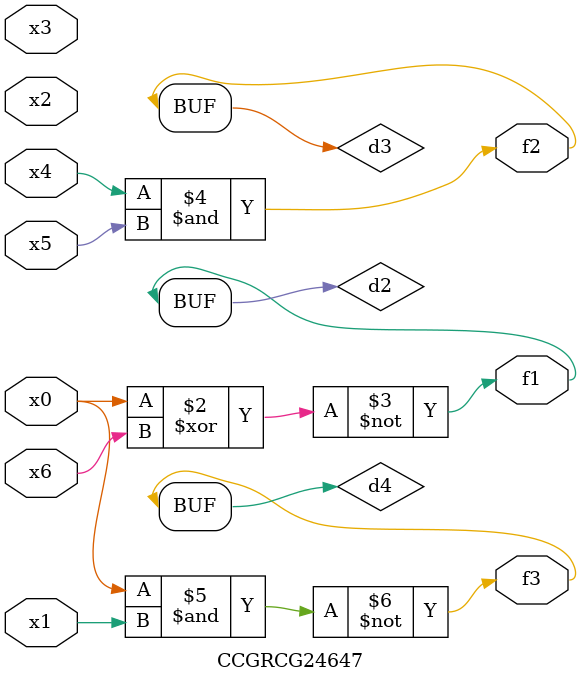
<source format=v>
module CCGRCG24647(
	input x0, x1, x2, x3, x4, x5, x6,
	output f1, f2, f3
);

	wire d1, d2, d3, d4;

	nor (d1, x0);
	xnor (d2, x0, x6);
	and (d3, x4, x5);
	nand (d4, x0, x1);
	assign f1 = d2;
	assign f2 = d3;
	assign f3 = d4;
endmodule

</source>
